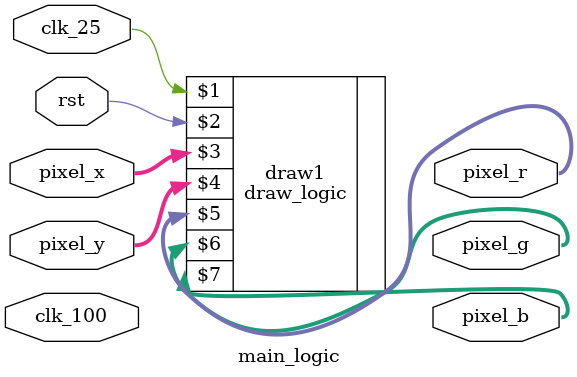
<source format=v>
`timescale 1ns / 1ps
module main_logic(clk_100, clk_25, rst, pixel_x, pixel_y, pixel_r, pixel_g, pixel_b);
    input clk_100, clk_25;
    input rst;
    input [9:0] pixel_x;
    input [9:0] pixel_y;
    output [7:0] pixel_r;
    output [7:0] pixel_g;
    output [7:0] pixel_b;
	 
	wire tick_cycle;
	wire [19:0] tick_counter;
	 
	draw_logic draw1(clk_25, rst, pixel_x, pixel_y,  
	                  pixel_r, pixel_g, pixel_b);

endmodule

</source>
